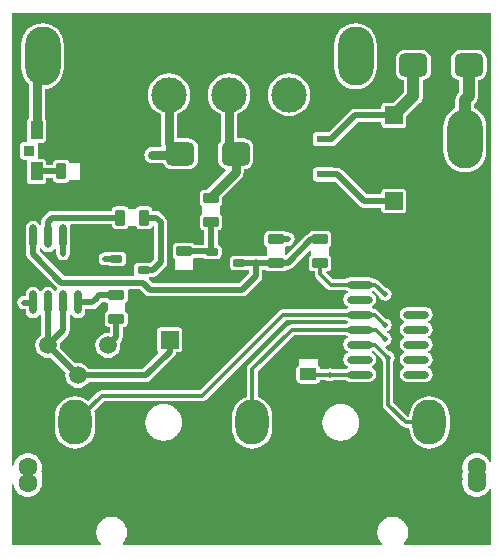
<source format=gtl>
G04 Layer_Physical_Order=1*
G04 Layer_Color=255*
%FSLAX24Y24*%
%MOIN*%
G70*
G01*
G75*
%ADD10R,0.0240X0.0800*%
%ADD11O,0.0240X0.0800*%
%ADD12R,0.0551X0.0236*%
%ADD13R,0.0709X0.0236*%
G04:AMPARAMS|DCode=14|XSize=74.8mil|YSize=126mil|CornerRadius=0mil|HoleSize=0mil|Usage=FLASHONLY|Rotation=270.000|XOffset=0mil|YOffset=0mil|HoleType=Round|Shape=Octagon|*
%AMOCTAGOND14*
4,1,8,0.0630,0.0187,0.0630,-0.0187,0.0443,-0.0374,-0.0443,-0.0374,-0.0630,-0.0187,-0.0630,0.0187,-0.0443,0.0374,0.0443,0.0374,0.0630,0.0187,0.0*
%
%ADD14OCTAGOND14*%

%ADD15O,0.0866X0.0236*%
G04:AMPARAMS|DCode=16|XSize=94.5mil|YSize=78.7mil|CornerRadius=19.7mil|HoleSize=0mil|Usage=FLASHONLY|Rotation=180.000|XOffset=0mil|YOffset=0mil|HoleType=Round|Shape=RoundedRectangle|*
%AMROUNDEDRECTD16*
21,1,0.0945,0.0394,0,0,180.0*
21,1,0.0551,0.0787,0,0,180.0*
1,1,0.0394,-0.0276,0.0197*
1,1,0.0394,0.0276,0.0197*
1,1,0.0394,0.0276,-0.0197*
1,1,0.0394,-0.0276,-0.0197*
%
%ADD16ROUNDEDRECTD16*%
G04:AMPARAMS|DCode=17|XSize=55.1mil|YSize=39.4mil|CornerRadius=2mil|HoleSize=0mil|Usage=FLASHONLY|Rotation=0.000|XOffset=0mil|YOffset=0mil|HoleType=Round|Shape=RoundedRectangle|*
%AMROUNDEDRECTD17*
21,1,0.0551,0.0354,0,0,0.0*
21,1,0.0512,0.0394,0,0,0.0*
1,1,0.0039,0.0256,-0.0177*
1,1,0.0039,-0.0256,-0.0177*
1,1,0.0039,-0.0256,0.0177*
1,1,0.0039,0.0256,0.0177*
%
%ADD17ROUNDEDRECTD17*%
%ADD18R,0.0394X0.0591*%
%ADD19R,0.0354X0.0354*%
G04:AMPARAMS|DCode=20|XSize=51.2mil|YSize=31.5mil|CornerRadius=1.6mil|HoleSize=0mil|Usage=FLASHONLY|Rotation=180.000|XOffset=0mil|YOffset=0mil|HoleType=Round|Shape=RoundedRectangle|*
%AMROUNDEDRECTD20*
21,1,0.0512,0.0283,0,0,180.0*
21,1,0.0480,0.0315,0,0,180.0*
1,1,0.0032,-0.0240,0.0142*
1,1,0.0032,0.0240,0.0142*
1,1,0.0032,0.0240,-0.0142*
1,1,0.0032,-0.0240,-0.0142*
%
%ADD20ROUNDEDRECTD20*%
G04:AMPARAMS|DCode=21|XSize=51.2mil|YSize=31.5mil|CornerRadius=1.6mil|HoleSize=0mil|Usage=FLASHONLY|Rotation=270.000|XOffset=0mil|YOffset=0mil|HoleType=Round|Shape=RoundedRectangle|*
%AMROUNDEDRECTD21*
21,1,0.0512,0.0283,0,0,270.0*
21,1,0.0480,0.0315,0,0,270.0*
1,1,0.0032,-0.0142,-0.0240*
1,1,0.0032,-0.0142,0.0240*
1,1,0.0032,0.0142,0.0240*
1,1,0.0032,0.0142,-0.0240*
%
%ADD21ROUNDEDRECTD21*%
G04:AMPARAMS|DCode=22|XSize=23.6mil|YSize=39.4mil|CornerRadius=3mil|HoleSize=0mil|Usage=FLASHONLY|Rotation=270.000|XOffset=0mil|YOffset=0mil|HoleType=Round|Shape=RoundedRectangle|*
%AMROUNDEDRECTD22*
21,1,0.0236,0.0335,0,0,270.0*
21,1,0.0177,0.0394,0,0,270.0*
1,1,0.0059,-0.0167,-0.0089*
1,1,0.0059,-0.0167,0.0089*
1,1,0.0059,0.0167,0.0089*
1,1,0.0059,0.0167,-0.0089*
%
%ADD22ROUNDEDRECTD22*%
%ADD23C,0.0118*%
%ADD24C,0.0197*%
%ADD25C,0.0394*%
%ADD26C,0.0295*%
%ADD27C,0.0200*%
%ADD28C,0.0630*%
%ADD29O,0.1102X0.1496*%
%ADD30O,0.1614X0.1220*%
%ADD31O,0.1614X0.1181*%
%ADD32C,0.0600*%
%ADD33C,0.0591*%
%ADD34R,0.0591X0.0591*%
%ADD35R,0.0591X0.0591*%
%ADD36O,0.1181X0.1968*%
%ADD37C,0.1181*%
%ADD38C,0.0236*%
%ADD39C,0.0197*%
G36*
X15940Y-14982D02*
X15890Y-14992D01*
X15874Y-14952D01*
X15867Y-14943D01*
X15865Y-14939D01*
X15863Y-14936D01*
X15858Y-14925D01*
X15801Y-14851D01*
X15792Y-14843D01*
X15790Y-14840D01*
X15787Y-14838D01*
X15779Y-14829D01*
X15705Y-14772D01*
X15694Y-14767D01*
X15691Y-14764D01*
X15687Y-14763D01*
X15678Y-14756D01*
X15591Y-14721D01*
X15580Y-14718D01*
X15576Y-14717D01*
X15572Y-14716D01*
X15561Y-14713D01*
X15468Y-14700D01*
X15461Y-14701D01*
X15453Y-14699D01*
X15445Y-14701D01*
X15437Y-14700D01*
X15345Y-14713D01*
X15333Y-14716D01*
X15329Y-14717D01*
X15326Y-14718D01*
X15314Y-14721D01*
X15228Y-14756D01*
X15218Y-14763D01*
X15215Y-14764D01*
X15211Y-14767D01*
X15201Y-14772D01*
X15127Y-14829D01*
X15119Y-14838D01*
X15116Y-14840D01*
X15113Y-14843D01*
X15105Y-14851D01*
X15048Y-14925D01*
X15042Y-14936D01*
X15040Y-14939D01*
X15039Y-14943D01*
X15032Y-14952D01*
X14996Y-15039D01*
X14994Y-15050D01*
X14992Y-15054D01*
X14992Y-15058D01*
X14988Y-15069D01*
X14976Y-15161D01*
X14977Y-15173D01*
X14976Y-15177D01*
X14977Y-15181D01*
X14976Y-15193D01*
X14988Y-15285D01*
X14992Y-15297D01*
X14992Y-15301D01*
X14994Y-15304D01*
X14996Y-15315D01*
X14994Y-15326D01*
X14992Y-15329D01*
X14992Y-15333D01*
X14988Y-15345D01*
X14976Y-15437D01*
X14977Y-15449D01*
X14976Y-15453D01*
X14977Y-15457D01*
X14976Y-15468D01*
X14988Y-15561D01*
X14992Y-15571D01*
X14988Y-15581D01*
X14976Y-15673D01*
X14977Y-15685D01*
X14976Y-15689D01*
X14977Y-15693D01*
X14976Y-15705D01*
X14988Y-15797D01*
X14992Y-15808D01*
X14992Y-15812D01*
X14994Y-15816D01*
X14996Y-15828D01*
X15032Y-15914D01*
X15039Y-15924D01*
X15040Y-15927D01*
X15042Y-15930D01*
X15048Y-15941D01*
X15105Y-16015D01*
X15113Y-16023D01*
X15116Y-16026D01*
X15119Y-16028D01*
X15127Y-16037D01*
X15201Y-16094D01*
X15211Y-16099D01*
X15215Y-16102D01*
X15218Y-16103D01*
X15228Y-16110D01*
X15314Y-16145D01*
X15326Y-16148D01*
X15329Y-16149D01*
X15333Y-16150D01*
X15345Y-16154D01*
X15437Y-16166D01*
X15445Y-16165D01*
X15453Y-16167D01*
X15461Y-16165D01*
X15468Y-16166D01*
X15561Y-16154D01*
X15572Y-16150D01*
X15576Y-16149D01*
X15580Y-16148D01*
X15591Y-16145D01*
X15678Y-16110D01*
X15687Y-16103D01*
X15691Y-16102D01*
X15694Y-16099D01*
X15705Y-16094D01*
X15779Y-16037D01*
X15787Y-16028D01*
X15790Y-16026D01*
X15792Y-16023D01*
X15801Y-16015D01*
X15858Y-15941D01*
X15863Y-15930D01*
X15865Y-15927D01*
X15867Y-15924D01*
X15874Y-15914D01*
X15890Y-15874D01*
X15940Y-15884D01*
Y-17756D01*
X13041D01*
X13027Y-17725D01*
X13024Y-17706D01*
X13025Y-17704D01*
X13034Y-17697D01*
X13097Y-17614D01*
X13102Y-17604D01*
X13105Y-17601D01*
X13106Y-17597D01*
X13113Y-17587D01*
X13152Y-17491D01*
X13155Y-17480D01*
X13156Y-17476D01*
X13157Y-17472D01*
X13160Y-17461D01*
X13174Y-17358D01*
X13173Y-17346D01*
X13174Y-17343D01*
X13173Y-17339D01*
X13174Y-17327D01*
X13160Y-17224D01*
X13157Y-17213D01*
X13156Y-17209D01*
X13155Y-17205D01*
X13152Y-17194D01*
X13113Y-17098D01*
X13106Y-17088D01*
X13105Y-17084D01*
X13102Y-17081D01*
X13097Y-17071D01*
X13034Y-16988D01*
X13025Y-16981D01*
X13023Y-16977D01*
X13019Y-16975D01*
X13012Y-16966D01*
X12929Y-16903D01*
X12919Y-16898D01*
X12916Y-16895D01*
X12912Y-16894D01*
X12902Y-16887D01*
X12806Y-16848D01*
X12795Y-16845D01*
X12791Y-16844D01*
X12787Y-16843D01*
X12776Y-16840D01*
X12673Y-16826D01*
X12665Y-16827D01*
X12657Y-16825D01*
X12650Y-16827D01*
X12642Y-16826D01*
X12539Y-16840D01*
X12528Y-16843D01*
X12524Y-16844D01*
X12520Y-16845D01*
X12509Y-16848D01*
X12413Y-16887D01*
X12403Y-16894D01*
X12399Y-16895D01*
X12396Y-16898D01*
X12386Y-16903D01*
X12303Y-16966D01*
X12296Y-16975D01*
X12292Y-16977D01*
X12290Y-16981D01*
X12281Y-16988D01*
X12218Y-17071D01*
X12213Y-17081D01*
X12210Y-17084D01*
X12209Y-17088D01*
X12202Y-17098D01*
X12163Y-17194D01*
X12160Y-17205D01*
X12159Y-17209D01*
X12158Y-17213D01*
X12155Y-17224D01*
X12141Y-17327D01*
X12142Y-17339D01*
X12141Y-17343D01*
X12142Y-17346D01*
X12141Y-17358D01*
X12155Y-17461D01*
X12158Y-17472D01*
X12159Y-17476D01*
X12160Y-17480D01*
X12163Y-17491D01*
X12202Y-17587D01*
X12209Y-17597D01*
X12210Y-17601D01*
X12213Y-17604D01*
X12218Y-17614D01*
X12281Y-17697D01*
X12290Y-17704D01*
X12291Y-17706D01*
X12288Y-17725D01*
X12274Y-17756D01*
X3671D01*
X3657Y-17725D01*
X3654Y-17706D01*
X3655Y-17704D01*
X3664Y-17697D01*
X3727Y-17614D01*
X3732Y-17604D01*
X3734Y-17601D01*
X3736Y-17597D01*
X3743Y-17587D01*
X3782Y-17491D01*
X3785Y-17480D01*
X3786Y-17476D01*
X3787Y-17472D01*
X3790Y-17461D01*
X3804Y-17358D01*
X3803Y-17346D01*
X3804Y-17343D01*
X3803Y-17339D01*
X3804Y-17327D01*
X3790Y-17224D01*
X3787Y-17213D01*
X3786Y-17209D01*
X3785Y-17205D01*
X3782Y-17194D01*
X3743Y-17098D01*
X3736Y-17088D01*
X3734Y-17084D01*
X3732Y-17081D01*
X3727Y-17071D01*
X3664Y-16988D01*
X3655Y-16981D01*
X3652Y-16977D01*
X3649Y-16975D01*
X3641Y-16966D01*
X3559Y-16903D01*
X3549Y-16898D01*
X3546Y-16895D01*
X3542Y-16894D01*
X3532Y-16887D01*
X3436Y-16848D01*
X3425Y-16845D01*
X3421Y-16844D01*
X3417Y-16843D01*
X3406Y-16840D01*
X3303Y-16826D01*
X3295Y-16827D01*
X3287Y-16825D01*
X3280Y-16827D01*
X3272Y-16826D01*
X3169Y-16840D01*
X3158Y-16843D01*
X3154Y-16844D01*
X3150Y-16845D01*
X3139Y-16848D01*
X3043Y-16887D01*
X3033Y-16894D01*
X3029Y-16895D01*
X3026Y-16898D01*
X3016Y-16903D01*
X2933Y-16966D01*
X2925Y-16975D01*
X2922Y-16977D01*
X2920Y-16981D01*
X2911Y-16988D01*
X2848Y-17071D01*
X2843Y-17081D01*
X2840Y-17084D01*
X2839Y-17088D01*
X2832Y-17098D01*
X2793Y-17194D01*
X2790Y-17205D01*
X2789Y-17209D01*
X2788Y-17213D01*
X2784Y-17224D01*
X2771Y-17327D01*
X2772Y-17339D01*
X2771Y-17343D01*
X2772Y-17346D01*
X2771Y-17358D01*
X2784Y-17461D01*
X2788Y-17472D01*
X2789Y-17476D01*
X2790Y-17480D01*
X2793Y-17491D01*
X2832Y-17587D01*
X2839Y-17597D01*
X2840Y-17601D01*
X2843Y-17604D01*
X2848Y-17614D01*
X2911Y-17697D01*
X2920Y-17704D01*
X2921Y-17706D01*
X2918Y-17725D01*
X2904Y-17756D01*
X-34D01*
Y-15738D01*
X-31Y-15735D01*
X22Y-15754D01*
X28Y-15797D01*
X31Y-15808D01*
X32Y-15812D01*
X33Y-15816D01*
X36Y-15828D01*
X71Y-15914D01*
X78Y-15924D01*
X79Y-15927D01*
X82Y-15930D01*
X87Y-15941D01*
X144Y-16015D01*
X153Y-16023D01*
X155Y-16026D01*
X158Y-16028D01*
X166Y-16037D01*
X240Y-16094D01*
X251Y-16099D01*
X254Y-16102D01*
X257Y-16103D01*
X267Y-16110D01*
X354Y-16145D01*
X365Y-16148D01*
X369Y-16149D01*
X373Y-16150D01*
X384Y-16154D01*
X476Y-16166D01*
X484Y-16165D01*
X492Y-16167D01*
X500Y-16165D01*
X508Y-16166D01*
X600Y-16154D01*
X612Y-16150D01*
X615Y-16149D01*
X619Y-16148D01*
X631Y-16145D01*
X717Y-16110D01*
X727Y-16103D01*
X730Y-16102D01*
X733Y-16099D01*
X744Y-16094D01*
X818Y-16037D01*
X826Y-16028D01*
X829Y-16026D01*
X831Y-16023D01*
X840Y-16015D01*
X897Y-15941D01*
X902Y-15930D01*
X905Y-15927D01*
X906Y-15924D01*
X913Y-15914D01*
X949Y-15828D01*
X951Y-15816D01*
X952Y-15812D01*
X953Y-15808D01*
X957Y-15797D01*
X969Y-15705D01*
X968Y-15693D01*
X969Y-15689D01*
X968Y-15685D01*
X969Y-15673D01*
X957Y-15581D01*
X953Y-15571D01*
X957Y-15561D01*
X969Y-15468D01*
X968Y-15457D01*
X969Y-15453D01*
X968Y-15449D01*
X969Y-15437D01*
X957Y-15345D01*
X953Y-15333D01*
X952Y-15329D01*
X951Y-15326D01*
X949Y-15315D01*
X951Y-15304D01*
X952Y-15301D01*
X953Y-15297D01*
X957Y-15285D01*
X969Y-15193D01*
X968Y-15181D01*
X969Y-15177D01*
X968Y-15173D01*
X969Y-15161D01*
X957Y-15069D01*
X953Y-15058D01*
X952Y-15054D01*
X951Y-15050D01*
X949Y-15039D01*
X913Y-14952D01*
X906Y-14943D01*
X905Y-14939D01*
X902Y-14936D01*
X897Y-14925D01*
X840Y-14851D01*
X831Y-14843D01*
X829Y-14840D01*
X826Y-14838D01*
X818Y-14829D01*
X744Y-14772D01*
X733Y-14767D01*
X730Y-14764D01*
X727Y-14763D01*
X717Y-14756D01*
X631Y-14721D01*
X619Y-14718D01*
X615Y-14717D01*
X612Y-14716D01*
X600Y-14713D01*
X508Y-14700D01*
X500Y-14701D01*
X492Y-14699D01*
X484Y-14701D01*
X476Y-14700D01*
X384Y-14713D01*
X373Y-14716D01*
X369Y-14717D01*
X365Y-14718D01*
X354Y-14721D01*
X267Y-14756D01*
X257Y-14763D01*
X254Y-14764D01*
X251Y-14767D01*
X240Y-14772D01*
X166Y-14829D01*
X158Y-14838D01*
X155Y-14840D01*
X153Y-14843D01*
X144Y-14851D01*
X87Y-14925D01*
X82Y-14936D01*
X79Y-14939D01*
X78Y-14943D01*
X71Y-14952D01*
X36Y-15039D01*
X33Y-15050D01*
X32Y-15054D01*
X31Y-15058D01*
X28Y-15069D01*
X22Y-15112D01*
X-31Y-15131D01*
X-34Y-15128D01*
Y-39D01*
X15940D01*
Y-14982D01*
D02*
G37*
%LPC*%
G36*
X7201Y-2044D02*
X7062Y-2057D01*
X6928Y-2098D01*
X6805Y-2164D01*
X6697Y-2252D01*
X6609Y-2360D01*
X6543Y-2483D01*
X6502Y-2617D01*
X6489Y-2756D01*
X6502Y-2895D01*
X6543Y-3028D01*
X6609Y-3152D01*
X6697Y-3259D01*
X6805Y-3348D01*
X6928Y-3414D01*
X6933Y-3415D01*
Y-4294D01*
X6921Y-4303D01*
X6871Y-4369D01*
X6839Y-4445D01*
X6828Y-4528D01*
Y-4921D01*
X6839Y-5003D01*
X6871Y-5080D01*
X6921Y-5146D01*
X6987Y-5196D01*
X7063Y-5228D01*
X7083Y-5231D01*
X7099Y-5278D01*
X6454Y-5923D01*
X6354D01*
X6302Y-5933D01*
X6258Y-5963D01*
X6228Y-6007D01*
X6218Y-6059D01*
Y-6343D01*
X6228Y-6395D01*
X6258Y-6439D01*
X6299Y-6467D01*
Y-6722D01*
X6258Y-6750D01*
X6228Y-6794D01*
X6218Y-6846D01*
Y-7130D01*
X6228Y-7182D01*
X6258Y-7226D01*
X6302Y-7256D01*
X6354Y-7266D01*
X6372D01*
Y-7750D01*
X6056D01*
X6045Y-7734D01*
X6001Y-7705D01*
X5949Y-7694D01*
X5469D01*
X5416Y-7705D01*
X5372Y-7734D01*
X5342Y-7778D01*
X5332Y-7831D01*
Y-8114D01*
X5342Y-8166D01*
X5372Y-8211D01*
X5413Y-8238D01*
Y-8602D01*
X6004D01*
Y-8238D01*
X6045Y-8211D01*
X6056Y-8195D01*
X6372D01*
X6409Y-8220D01*
X6467Y-8231D01*
X6801D01*
X6859Y-8220D01*
X6908Y-8187D01*
X6940Y-8138D01*
X6952Y-8081D01*
Y-7904D01*
X6940Y-7846D01*
X6908Y-7797D01*
X6859Y-7764D01*
X6817Y-7756D01*
Y-7266D01*
X6835D01*
X6887Y-7256D01*
X6931Y-7226D01*
X6961Y-7182D01*
X6971Y-7130D01*
Y-6846D01*
X6961Y-6794D01*
X6931Y-6750D01*
X6890Y-6722D01*
Y-6467D01*
X6931Y-6439D01*
X6961Y-6395D01*
X6971Y-6343D01*
Y-6164D01*
X7611Y-5524D01*
X7611Y-5524D01*
X7653Y-5469D01*
X7680Y-5404D01*
X7689Y-5335D01*
Y-5239D01*
X7697D01*
X7779Y-5228D01*
X7856Y-5196D01*
X7921Y-5146D01*
X7972Y-5080D01*
X8004Y-5003D01*
X8015Y-4921D01*
Y-4528D01*
X8004Y-4445D01*
X7972Y-4369D01*
X7921Y-4303D01*
X7856Y-4252D01*
X7779Y-4221D01*
X7697Y-4210D01*
X7469D01*
Y-3415D01*
X7473Y-3414D01*
X7596Y-3348D01*
X7704Y-3259D01*
X7793Y-3152D01*
X7859Y-3028D01*
X7899Y-2895D01*
X7913Y-2756D01*
X7899Y-2617D01*
X7859Y-2483D01*
X7793Y-2360D01*
X7704Y-2252D01*
X7596Y-2164D01*
X7473Y-2098D01*
X7340Y-2057D01*
X7201Y-2044D01*
D02*
G37*
G36*
X10669Y-5175D02*
X10118D01*
X10072Y-5184D01*
X10033Y-5210D01*
X10007Y-5249D01*
X9998Y-5295D01*
Y-5531D01*
X10007Y-5578D01*
X10033Y-5617D01*
X10072Y-5643D01*
X10118Y-5652D01*
X10669D01*
X10715Y-5643D01*
X10721Y-5639D01*
X11537Y-6455D01*
X11608Y-6503D01*
X11693Y-6520D01*
X12281D01*
Y-6594D01*
X12290Y-6641D01*
X12316Y-6680D01*
X12356Y-6706D01*
X12402Y-6715D01*
X12992D01*
X13038Y-6706D01*
X13077Y-6680D01*
X13103Y-6641D01*
X13113Y-6594D01*
Y-6004D01*
X13103Y-5958D01*
X13077Y-5919D01*
X13038Y-5893D01*
X12992Y-5884D01*
X12402D01*
X12356Y-5893D01*
X12316Y-5919D01*
X12290Y-5958D01*
X12281Y-6004D01*
Y-6078D01*
X11784D01*
X10963Y-5257D01*
X10892Y-5209D01*
X10807Y-5193D01*
X10728D01*
X10715Y-5184D01*
X10669Y-5175D01*
D02*
G37*
G36*
X13760Y-9844D02*
X13130D01*
X13038Y-9862D01*
X12960Y-9914D01*
X12907Y-9992D01*
X12889Y-10085D01*
X12907Y-10177D01*
X12960Y-10255D01*
X13038Y-10307D01*
X13048Y-10309D01*
Y-10360D01*
X13038Y-10362D01*
X12960Y-10414D01*
X12907Y-10492D01*
X12889Y-10585D01*
X12907Y-10677D01*
X12960Y-10755D01*
X13038Y-10807D01*
X13048Y-10809D01*
Y-10860D01*
X13038Y-10862D01*
X12960Y-10914D01*
X12907Y-10992D01*
X12889Y-11085D01*
X12907Y-11177D01*
X12960Y-11255D01*
X13038Y-11307D01*
X13048Y-11309D01*
Y-11360D01*
X13038Y-11362D01*
X12960Y-11414D01*
X12907Y-11492D01*
X12889Y-11585D01*
X12907Y-11677D01*
X12960Y-11755D01*
X13038Y-11807D01*
X13048Y-11809D01*
Y-11860D01*
X13038Y-11862D01*
X12960Y-11914D01*
X12907Y-11992D01*
X12889Y-12085D01*
X12907Y-12177D01*
X12960Y-12255D01*
X13038Y-12307D01*
X13130Y-12325D01*
X13760D01*
X13852Y-12307D01*
X13930Y-12255D01*
X13982Y-12177D01*
X14001Y-12085D01*
X13982Y-11992D01*
X13930Y-11914D01*
X13852Y-11862D01*
X13842Y-11860D01*
Y-11809D01*
X13852Y-11807D01*
X13930Y-11755D01*
X13982Y-11677D01*
X14001Y-11585D01*
X13982Y-11492D01*
X13930Y-11414D01*
X13852Y-11362D01*
X13842Y-11360D01*
Y-11309D01*
X13852Y-11307D01*
X13930Y-11255D01*
X13982Y-11177D01*
X14001Y-11085D01*
X13982Y-10992D01*
X13930Y-10914D01*
X13852Y-10862D01*
X13842Y-10860D01*
Y-10809D01*
X13852Y-10807D01*
X13930Y-10755D01*
X13982Y-10677D01*
X14001Y-10585D01*
X13982Y-10492D01*
X13930Y-10414D01*
X13852Y-10362D01*
X13842Y-10360D01*
Y-10309D01*
X13852Y-10307D01*
X13930Y-10255D01*
X13982Y-10177D01*
X14001Y-10085D01*
X13982Y-9992D01*
X13930Y-9914D01*
X13852Y-9862D01*
X13760Y-9844D01*
D02*
G37*
G36*
X5020Y-13064D02*
X5012Y-13066D01*
X5004Y-13065D01*
X4875Y-13082D01*
X4861Y-13087D01*
X4845Y-13090D01*
X4791Y-13113D01*
X4785Y-13115D01*
X4779Y-13118D01*
X4725Y-13140D01*
X4712Y-13149D01*
X4698Y-13156D01*
X4595Y-13235D01*
X4585Y-13246D01*
X4573Y-13257D01*
X4494Y-13360D01*
X4487Y-13374D01*
X4479Y-13387D01*
X4456Y-13441D01*
X4453Y-13446D01*
X4451Y-13453D01*
X4429Y-13507D01*
X4426Y-13522D01*
X4421Y-13537D01*
X4404Y-13665D01*
X4405Y-13681D01*
X4404Y-13697D01*
X4421Y-13825D01*
X4426Y-13840D01*
X4429Y-13856D01*
X4451Y-13910D01*
X4453Y-13916D01*
X4456Y-13922D01*
X4479Y-13975D01*
X4487Y-13988D01*
X4494Y-14003D01*
X4573Y-14105D01*
X4585Y-14116D01*
X4595Y-14128D01*
X4698Y-14207D01*
X4712Y-14213D01*
X4725Y-14222D01*
X4779Y-14245D01*
X4785Y-14248D01*
X4791Y-14250D01*
X4845Y-14272D01*
X4861Y-14275D01*
X4875Y-14280D01*
X5004Y-14297D01*
X5012Y-14296D01*
X5020Y-14298D01*
X5027Y-14296D01*
X5035Y-14297D01*
X5164Y-14280D01*
X5179Y-14275D01*
X5194Y-14272D01*
X5248Y-14250D01*
X5254Y-14248D01*
X5260Y-14245D01*
X5314Y-14222D01*
X5327Y-14213D01*
X5341Y-14207D01*
X5444Y-14128D01*
X5454Y-14116D01*
X5466Y-14105D01*
X5545Y-14003D01*
X5552Y-13988D01*
X5561Y-13975D01*
X5583Y-13922D01*
X5586Y-13916D01*
X5588Y-13910D01*
X5610Y-13856D01*
X5613Y-13840D01*
X5619Y-13825D01*
X5635Y-13697D01*
X5634Y-13681D01*
X5635Y-13665D01*
X5619Y-13537D01*
X5613Y-13522D01*
X5610Y-13507D01*
X5588Y-13453D01*
X5586Y-13446D01*
X5583Y-13441D01*
X5561Y-13387D01*
X5552Y-13374D01*
X5545Y-13360D01*
X5466Y-13257D01*
X5454Y-13246D01*
X5444Y-13235D01*
X5341Y-13156D01*
X5327Y-13149D01*
X5314Y-13140D01*
X5260Y-13118D01*
X5254Y-13115D01*
X5248Y-13113D01*
X5194Y-13090D01*
X5179Y-13087D01*
X5164Y-13082D01*
X5035Y-13065D01*
X5027Y-13066D01*
X5020Y-13064D01*
D02*
G37*
G36*
X10925D02*
X10917Y-13066D01*
X10909Y-13065D01*
X10781Y-13082D01*
X10766Y-13087D01*
X10751Y-13090D01*
X10697Y-13113D01*
X10691Y-13115D01*
X10685Y-13118D01*
X10631Y-13140D01*
X10618Y-13149D01*
X10604Y-13156D01*
X10501Y-13235D01*
X10491Y-13246D01*
X10479Y-13257D01*
X10400Y-13360D01*
X10393Y-13374D01*
X10384Y-13387D01*
X10362Y-13441D01*
X10359Y-13446D01*
X10357Y-13453D01*
X10334Y-13507D01*
X10331Y-13522D01*
X10326Y-13537D01*
X10309Y-13665D01*
X10310Y-13681D01*
X10309Y-13697D01*
X10326Y-13825D01*
X10331Y-13840D01*
X10334Y-13856D01*
X10357Y-13910D01*
X10359Y-13916D01*
X10362Y-13922D01*
X10384Y-13975D01*
X10393Y-13988D01*
X10400Y-14003D01*
X10479Y-14105D01*
X10491Y-14116D01*
X10501Y-14128D01*
X10604Y-14207D01*
X10618Y-14213D01*
X10631Y-14222D01*
X10685Y-14245D01*
X10691Y-14248D01*
X10697Y-14250D01*
X10751Y-14272D01*
X10766Y-14275D01*
X10781Y-14280D01*
X10909Y-14297D01*
X10917Y-14296D01*
X10925Y-14298D01*
X10933Y-14296D01*
X10941Y-14297D01*
X11069Y-14280D01*
X11084Y-14275D01*
X11100Y-14272D01*
X11154Y-14250D01*
X11160Y-14248D01*
X11166Y-14245D01*
X11219Y-14222D01*
X11233Y-14213D01*
X11247Y-14207D01*
X11349Y-14128D01*
X11360Y-14116D01*
X11372Y-14105D01*
X11451Y-14003D01*
X11458Y-13988D01*
X11466Y-13975D01*
X11489Y-13922D01*
X11492Y-13916D01*
X11494Y-13910D01*
X11516Y-13856D01*
X11519Y-13840D01*
X11524Y-13825D01*
X11541Y-13697D01*
X11540Y-13681D01*
X11541Y-13665D01*
X11524Y-13537D01*
X11519Y-13522D01*
X11516Y-13507D01*
X11494Y-13453D01*
X11492Y-13446D01*
X11489Y-13441D01*
X11466Y-13387D01*
X11458Y-13374D01*
X11451Y-13360D01*
X11372Y-13257D01*
X11360Y-13246D01*
X11350Y-13235D01*
X11247Y-13156D01*
X11233Y-13149D01*
X11219Y-13140D01*
X11166Y-13118D01*
X11160Y-13115D01*
X11154Y-13113D01*
X11100Y-13090D01*
X11084Y-13087D01*
X11069Y-13082D01*
X10941Y-13065D01*
X10933Y-13066D01*
X10925Y-13064D01*
D02*
G37*
G36*
X4512Y-6474D02*
X4228D01*
X4176Y-6484D01*
X4132Y-6514D01*
X4104Y-6555D01*
X3849D01*
X3821Y-6514D01*
X3777Y-6484D01*
X3724Y-6474D01*
X3441D01*
X3389Y-6484D01*
X3344Y-6514D01*
X3315Y-6558D01*
X3304Y-6610D01*
Y-6630D01*
X1299D01*
X1215Y-6646D01*
X1143Y-6694D01*
X1009Y-6828D01*
X961Y-6900D01*
X945Y-6984D01*
Y-7102D01*
X941Y-7107D01*
X941Y-7108D01*
X890D01*
X890Y-7107D01*
X837Y-7029D01*
X758Y-6976D01*
X665Y-6958D01*
X572Y-6976D01*
X494Y-7029D01*
X441Y-7107D01*
X423Y-7200D01*
Y-7760D01*
X441Y-7853D01*
X443Y-7856D01*
Y-8067D01*
X443Y-8067D01*
X460Y-8152D01*
X508Y-8224D01*
X1457Y-9173D01*
X1457Y-9173D01*
X1472Y-9183D01*
X1476Y-9192D01*
X1482Y-9245D01*
X1441Y-9307D01*
X1441Y-9308D01*
X1390D01*
X1390Y-9307D01*
X1337Y-9229D01*
X1258Y-9176D01*
X1165Y-9158D01*
X1072Y-9176D01*
X994Y-9229D01*
X941Y-9307D01*
X941Y-9308D01*
X890D01*
X890Y-9307D01*
X837Y-9229D01*
X758Y-9176D01*
X665Y-9158D01*
X572Y-9176D01*
X494Y-9229D01*
X441Y-9307D01*
X423Y-9400D01*
Y-9464D01*
X354D01*
X270Y-9481D01*
X198Y-9529D01*
X150Y-9601D01*
X134Y-9685D01*
X150Y-9770D01*
X198Y-9841D01*
X270Y-9889D01*
X354Y-9906D01*
X423D01*
Y-9960D01*
X441Y-10053D01*
X494Y-10132D01*
X572Y-10185D01*
X665Y-10203D01*
X758Y-10185D01*
X837Y-10132D01*
X865Y-10090D01*
X929Y-10085D01*
X945Y-10101D01*
Y-10763D01*
X871Y-10819D01*
X804Y-10906D01*
X763Y-11006D01*
X748Y-11114D01*
X763Y-11222D01*
X804Y-11323D01*
X871Y-11409D01*
X957Y-11475D01*
X1057Y-11517D01*
X1165Y-11531D01*
X1258Y-11519D01*
X1761Y-12022D01*
X1748Y-12114D01*
X1763Y-12222D01*
X1804Y-12323D01*
X1871Y-12409D01*
X1957Y-12475D01*
X2057Y-12517D01*
X2165Y-12531D01*
X2273Y-12517D01*
X2374Y-12475D01*
X2460Y-12409D01*
X2517Y-12335D01*
X4421D01*
X4506Y-12318D01*
X4577Y-12270D01*
X5373Y-11475D01*
X5421Y-11403D01*
X5433Y-11341D01*
X5512D01*
X5558Y-11332D01*
X5597Y-11306D01*
X5623Y-11267D01*
X5632Y-11220D01*
Y-10630D01*
X5623Y-10584D01*
X5597Y-10545D01*
X5558Y-10519D01*
X5512Y-10510D01*
X4921D01*
X4875Y-10519D01*
X4836Y-10545D01*
X4810Y-10584D01*
X4801Y-10630D01*
Y-11220D01*
X4810Y-11267D01*
X4836Y-11306D01*
X4843Y-11310D01*
X4849Y-11374D01*
X4330Y-11893D01*
X2517D01*
X2460Y-11819D01*
X2374Y-11753D01*
X2273Y-11711D01*
X2165Y-11697D01*
X2073Y-11709D01*
X1570Y-11207D01*
X1582Y-11114D01*
X1570Y-11022D01*
X1821Y-10770D01*
X1869Y-10699D01*
X1886Y-10614D01*
Y-10058D01*
X1890Y-10053D01*
X1890Y-10052D01*
X1941D01*
X1941Y-10053D01*
X1994Y-10132D01*
X2072Y-10185D01*
X2165Y-10203D01*
X2258Y-10185D01*
X2337Y-10132D01*
X2390Y-10053D01*
X2408Y-9960D01*
Y-9901D01*
X2643D01*
X2727Y-9884D01*
X2799Y-9836D01*
X2912Y-9723D01*
X2912Y-9723D01*
X2912Y-9723D01*
X2965Y-9670D01*
X3097D01*
X3108Y-9687D01*
X3150Y-9715D01*
Y-9970D01*
X3108Y-9998D01*
X3079Y-10042D01*
X3068Y-10094D01*
Y-10378D01*
X3079Y-10430D01*
X3108Y-10474D01*
X3152Y-10504D01*
X3205Y-10514D01*
X3224D01*
Y-10667D01*
X3187Y-10700D01*
X3165Y-10697D01*
X3057Y-10711D01*
X2957Y-10753D01*
X2871Y-10819D01*
X2804Y-10906D01*
X2763Y-11006D01*
X2748Y-11114D01*
X2763Y-11222D01*
X2804Y-11323D01*
X2871Y-11409D01*
X2957Y-11475D01*
X3057Y-11517D01*
X3165Y-11531D01*
X3273Y-11517D01*
X3374Y-11475D01*
X3460Y-11409D01*
X3526Y-11323D01*
X3568Y-11222D01*
X3582Y-11114D01*
X3570Y-11022D01*
X3601Y-10991D01*
X3649Y-10919D01*
X3666Y-10835D01*
Y-10514D01*
X3685D01*
X3737Y-10504D01*
X3782Y-10474D01*
X3811Y-10430D01*
X3822Y-10378D01*
Y-10094D01*
X3811Y-10042D01*
X3782Y-9998D01*
X3740Y-9970D01*
Y-9715D01*
X3782Y-9687D01*
X3811Y-9643D01*
X3822Y-9591D01*
Y-9307D01*
X3818Y-9288D01*
X3856Y-9238D01*
X4239D01*
X4410Y-9409D01*
X4410Y-9409D01*
X4482Y-9457D01*
X4567Y-9474D01*
X4567Y-9474D01*
X7638D01*
X7638Y-9474D01*
X7723Y-9457D01*
X7795Y-9409D01*
X8248Y-8956D01*
X8248Y-8956D01*
X8296Y-8884D01*
X8313Y-8799D01*
X8313Y-8799D01*
Y-8589D01*
X8413D01*
X8423Y-8604D01*
X8467Y-8634D01*
X8520Y-8644D01*
X9000D01*
X9052Y-8634D01*
X9097Y-8604D01*
X9107Y-8589D01*
X9154D01*
X9154Y-8589D01*
X9239Y-8572D01*
X9311Y-8523D01*
X9895Y-7939D01*
X9941Y-7959D01*
Y-8100D01*
X9900Y-8128D01*
X9870Y-8172D01*
X9860Y-8224D01*
Y-8508D01*
X9870Y-8560D01*
X9900Y-8604D01*
X9944Y-8634D01*
X9996Y-8644D01*
X10056D01*
Y-8740D01*
X10069Y-8809D01*
X10108Y-8868D01*
X10463Y-9222D01*
X10521Y-9261D01*
X10591Y-9275D01*
X11100D01*
X11148Y-9307D01*
X11158Y-9309D01*
Y-9360D01*
X11148Y-9362D01*
X11070Y-9414D01*
X11018Y-9492D01*
X10999Y-9585D01*
X11018Y-9677D01*
X11070Y-9755D01*
X11148Y-9807D01*
X11158Y-9809D01*
Y-9860D01*
X11148Y-9862D01*
X11085Y-9904D01*
X9010D01*
X8941Y-9918D01*
X8882Y-9957D01*
X6224Y-12615D01*
X2953D01*
X2884Y-12628D01*
X2825Y-12668D01*
X2510Y-12982D01*
X2441Y-12925D01*
X2324Y-12863D01*
X2198Y-12825D01*
X2067Y-12812D01*
X1936Y-12825D01*
X1810Y-12863D01*
X1693Y-12925D01*
X1591Y-13009D01*
X1508Y-13111D01*
X1446Y-13227D01*
X1407Y-13353D01*
X1394Y-13484D01*
Y-13878D01*
X1407Y-14009D01*
X1446Y-14135D01*
X1508Y-14252D01*
X1591Y-14353D01*
X1693Y-14437D01*
X1810Y-14499D01*
X1936Y-14538D01*
X2067Y-14550D01*
X2198Y-14538D01*
X2324Y-14499D01*
X2441Y-14437D01*
X2542Y-14353D01*
X2626Y-14252D01*
X2688Y-14135D01*
X2727Y-14009D01*
X2739Y-13878D01*
Y-13484D01*
X2727Y-13353D01*
X2709Y-13295D01*
X3028Y-12976D01*
X6299D01*
X6368Y-12962D01*
X6427Y-12923D01*
X9085Y-10265D01*
X11085D01*
X11148Y-10307D01*
X11158Y-10309D01*
Y-10360D01*
X11148Y-10362D01*
X11085Y-10404D01*
X9297D01*
X9228Y-10418D01*
X9170Y-10457D01*
X7845Y-11782D01*
X7806Y-11840D01*
X7792Y-11909D01*
Y-12840D01*
X7715Y-12863D01*
X7599Y-12925D01*
X7497Y-13009D01*
X7413Y-13111D01*
X7351Y-13227D01*
X7313Y-13353D01*
X7300Y-13484D01*
Y-13878D01*
X7313Y-14009D01*
X7351Y-14135D01*
X7413Y-14252D01*
X7497Y-14353D01*
X7599Y-14437D01*
X7715Y-14499D01*
X7841Y-14538D01*
X7972Y-14550D01*
X8104Y-14538D01*
X8230Y-14499D01*
X8346Y-14437D01*
X8448Y-14353D01*
X8532Y-14252D01*
X8594Y-14135D01*
X8632Y-14009D01*
X8645Y-13878D01*
Y-13484D01*
X8632Y-13353D01*
X8594Y-13227D01*
X8532Y-13111D01*
X8448Y-13009D01*
X8346Y-12925D01*
X8230Y-12863D01*
X8153Y-12840D01*
Y-11984D01*
X9372Y-10765D01*
X11085D01*
X11148Y-10807D01*
X11158Y-10809D01*
Y-10860D01*
X11148Y-10862D01*
X11070Y-10914D01*
X11018Y-10992D01*
X10999Y-11085D01*
X11018Y-11177D01*
X11070Y-11255D01*
X11148Y-11307D01*
X11158Y-11309D01*
Y-11360D01*
X11148Y-11362D01*
X11070Y-11414D01*
X11018Y-11492D01*
X10999Y-11585D01*
X11018Y-11677D01*
X11070Y-11755D01*
X11148Y-11807D01*
X11158Y-11809D01*
Y-11860D01*
X11148Y-11862D01*
X11085Y-11904D01*
X10668D01*
X10636Y-11883D01*
X10551Y-11866D01*
X10467Y-11883D01*
X10435Y-11904D01*
X10239D01*
Y-11890D01*
X10228Y-11836D01*
X10198Y-11790D01*
X10157Y-11764D01*
Y-11555D01*
X9528D01*
Y-11763D01*
X9487Y-11790D01*
X9457Y-11836D01*
X9446Y-11890D01*
Y-12244D01*
X9457Y-12298D01*
X9487Y-12343D01*
X9533Y-12374D01*
X9587Y-12385D01*
X10098D01*
X10152Y-12374D01*
X10198Y-12343D01*
X10228Y-12298D01*
X10235Y-12265D01*
X10429D01*
X10467Y-12291D01*
X10551Y-12307D01*
X10636Y-12291D01*
X10674Y-12265D01*
X11085D01*
X11148Y-12307D01*
X11240Y-12325D01*
X11870D01*
X11962Y-12307D01*
X12040Y-12255D01*
X12093Y-12177D01*
X12111Y-12085D01*
X12093Y-11992D01*
X12040Y-11914D01*
X11962Y-11862D01*
X11952Y-11860D01*
Y-11809D01*
X11962Y-11807D01*
X12040Y-11755D01*
X12093Y-11677D01*
X12111Y-11585D01*
X12093Y-11492D01*
X12040Y-11414D01*
X11962Y-11362D01*
X11952Y-11360D01*
Y-11309D01*
X11962Y-11307D01*
X12006Y-11278D01*
X12288Y-11559D01*
X12296Y-11600D01*
X12319Y-11635D01*
Y-13091D01*
X12333Y-13160D01*
X12372Y-13218D01*
X12963Y-13809D01*
X13021Y-13848D01*
X13091Y-13862D01*
X13205D01*
Y-13878D01*
X13218Y-14009D01*
X13257Y-14135D01*
X13319Y-14252D01*
X13402Y-14353D01*
X13504Y-14437D01*
X13621Y-14499D01*
X13747Y-14538D01*
X13878Y-14550D01*
X14009Y-14538D01*
X14135Y-14499D01*
X14252Y-14437D01*
X14353Y-14353D01*
X14437Y-14252D01*
X14499Y-14135D01*
X14538Y-14009D01*
X14550Y-13878D01*
Y-13484D01*
X14538Y-13353D01*
X14499Y-13227D01*
X14437Y-13111D01*
X14353Y-13009D01*
X14252Y-12925D01*
X14135Y-12863D01*
X14009Y-12825D01*
X13878Y-12812D01*
X13747Y-12825D01*
X13621Y-12863D01*
X13504Y-12925D01*
X13402Y-13009D01*
X13319Y-13111D01*
X13257Y-13227D01*
X13218Y-13353D01*
X13206Y-13478D01*
X13183Y-13487D01*
X13155Y-13491D01*
X12681Y-13016D01*
Y-11635D01*
X12704Y-11600D01*
X12721Y-11516D01*
X12704Y-11431D01*
X12656Y-11360D01*
X12584Y-11312D01*
X12543Y-11304D01*
X12409Y-11170D01*
X12426Y-11116D01*
X12484Y-11104D01*
X12556Y-11056D01*
X12604Y-10984D01*
X12621Y-10900D01*
X12604Y-10816D01*
X12556Y-10744D01*
X12484Y-10696D01*
X12465Y-10692D01*
Y-10641D01*
X12486Y-10637D01*
X12558Y-10589D01*
X12606Y-10518D01*
X12622Y-10433D01*
X12606Y-10349D01*
X12558Y-10277D01*
X12486Y-10229D01*
X12445Y-10221D01*
X12181Y-9957D01*
X12122Y-9918D01*
X12053Y-9904D01*
X12025D01*
X11962Y-9862D01*
X11952Y-9860D01*
Y-9809D01*
X11962Y-9807D01*
X12040Y-9755D01*
X12093Y-9677D01*
X12111Y-9585D01*
X12093Y-9492D01*
X12040Y-9414D01*
X11962Y-9362D01*
X11952Y-9360D01*
Y-9309D01*
X11962Y-9307D01*
X12011Y-9274D01*
X12189Y-9453D01*
X12198Y-9494D01*
X12245Y-9566D01*
X12317Y-9613D01*
X12402Y-9630D01*
X12486Y-9613D01*
X12558Y-9566D01*
X12606Y-9494D01*
X12622Y-9409D01*
X12606Y-9325D01*
X12558Y-9253D01*
X12486Y-9205D01*
X12445Y-9197D01*
X12204Y-8957D01*
X12146Y-8918D01*
X12077Y-8904D01*
X12025D01*
X11962Y-8862D01*
X11870Y-8844D01*
X11240D01*
X11148Y-8862D01*
X11071Y-8914D01*
X10665D01*
X10446Y-8694D01*
X10467Y-8644D01*
X10476D01*
X10529Y-8634D01*
X10573Y-8604D01*
X10602Y-8560D01*
X10613Y-8508D01*
Y-8224D01*
X10602Y-8172D01*
X10573Y-8128D01*
X10532Y-8100D01*
Y-7845D01*
X10573Y-7817D01*
X10602Y-7773D01*
X10613Y-7720D01*
Y-7437D01*
X10602Y-7385D01*
X10573Y-7340D01*
X10529Y-7311D01*
X10476Y-7301D01*
X9996D01*
X9944Y-7311D01*
X9900Y-7340D01*
X9881Y-7368D01*
X9856Y-7373D01*
X9784Y-7421D01*
X9784Y-7421D01*
X9105Y-8100D01*
X9055Y-8079D01*
Y-7845D01*
X9097Y-7817D01*
X9108Y-7800D01*
X9154D01*
X9238Y-7783D01*
X9310Y-7735D01*
X9329Y-7715D01*
X9377Y-7644D01*
X9394Y-7559D01*
X9377Y-7475D01*
X9329Y-7403D01*
X9258Y-7355D01*
X9173Y-7338D01*
X9104Y-7352D01*
X9097Y-7340D01*
X9052Y-7311D01*
X9000Y-7301D01*
X8520D01*
X8467Y-7311D01*
X8423Y-7340D01*
X8394Y-7385D01*
X8383Y-7437D01*
Y-7720D01*
X8394Y-7773D01*
X8423Y-7817D01*
X8465Y-7845D01*
Y-8100D01*
X8423Y-8128D01*
X8413Y-8144D01*
X8199D01*
X8195Y-8141D01*
X8110Y-8124D01*
X8025Y-8141D01*
X8021Y-8144D01*
X7772D01*
X7764Y-8138D01*
X7707Y-8127D01*
X7372D01*
X7314Y-8138D01*
X7266Y-8171D01*
X7233Y-8220D01*
X7222Y-8278D01*
Y-8455D01*
X7233Y-8512D01*
X7266Y-8561D01*
X7314Y-8594D01*
X7372Y-8605D01*
X7707D01*
X7764Y-8594D01*
X7772Y-8589D01*
X7868D01*
Y-8707D01*
X7546Y-9030D01*
X4659D01*
X4520Y-8891D01*
X4520Y-8884D01*
X4538Y-8838D01*
X4575Y-8830D01*
X4586Y-8823D01*
X4665D01*
X4750Y-8806D01*
X4821Y-8758D01*
X5077Y-8503D01*
X5125Y-8431D01*
X5142Y-8346D01*
Y-7008D01*
X5125Y-6923D01*
X5077Y-6852D01*
X4920Y-6694D01*
X4848Y-6646D01*
X4764Y-6630D01*
X4648D01*
Y-6610D01*
X4638Y-6558D01*
X4608Y-6514D01*
X4564Y-6484D01*
X4512Y-6474D01*
D02*
G37*
G36*
X5201Y-2044D02*
X5062Y-2057D01*
X4928Y-2098D01*
X4805Y-2164D01*
X4697Y-2252D01*
X4609Y-2360D01*
X4543Y-2483D01*
X4502Y-2617D01*
X4489Y-2756D01*
X4502Y-2895D01*
X4543Y-3028D01*
X4609Y-3152D01*
X4697Y-3259D01*
X4805Y-3348D01*
X4928Y-3414D01*
X4933Y-3415D01*
Y-4354D01*
X4933Y-4354D01*
X4937Y-4389D01*
X4942Y-4424D01*
X4951Y-4446D01*
X4924Y-4492D01*
X4918Y-4496D01*
X4646D01*
X4576Y-4505D01*
X4512Y-4532D01*
X4456Y-4574D01*
X4414Y-4630D01*
X4387Y-4694D01*
X4378Y-4764D01*
X4387Y-4833D01*
X4414Y-4898D01*
X4456Y-4953D01*
X4512Y-4996D01*
X4576Y-5023D01*
X4646Y-5032D01*
X5000D01*
X5020Y-5080D01*
X5071Y-5146D01*
X5136Y-5196D01*
X5213Y-5228D01*
X5295Y-5239D01*
X5846D01*
X5929Y-5228D01*
X6005Y-5196D01*
X6071Y-5146D01*
X6122Y-5080D01*
X6153Y-5003D01*
X6164Y-4921D01*
Y-4528D01*
X6153Y-4445D01*
X6122Y-4369D01*
X6071Y-4303D01*
X6005Y-4252D01*
X5929Y-4221D01*
X5846Y-4210D01*
X5469D01*
Y-3415D01*
X5473Y-3414D01*
X5596Y-3348D01*
X5704Y-3259D01*
X5793Y-3152D01*
X5859Y-3028D01*
X5899Y-2895D01*
X5913Y-2756D01*
X5899Y-2617D01*
X5859Y-2483D01*
X5793Y-2360D01*
X5704Y-2252D01*
X5596Y-2164D01*
X5473Y-2098D01*
X5340Y-2057D01*
X5201Y-2044D01*
D02*
G37*
G36*
X13622Y-1257D02*
X13071D01*
X12989Y-1268D01*
X12912Y-1300D01*
X12846Y-1350D01*
X12796Y-1416D01*
X12764Y-1493D01*
X12753Y-1575D01*
Y-1969D01*
X12764Y-2051D01*
X12796Y-2127D01*
X12846Y-2193D01*
X12912Y-2244D01*
X12989Y-2275D01*
X13029Y-2281D01*
Y-2664D01*
X12663Y-3029D01*
X12402D01*
X12356Y-3038D01*
X12316Y-3064D01*
X12290Y-3104D01*
X12281Y-3150D01*
Y-3224D01*
X11398D01*
X11313Y-3241D01*
X11242Y-3289D01*
X10537Y-3994D01*
X10118D01*
X10072Y-4003D01*
X10033Y-4029D01*
X10007Y-4068D01*
X9998Y-4114D01*
Y-4350D01*
X10007Y-4396D01*
X10033Y-4436D01*
X10072Y-4462D01*
X10118Y-4471D01*
X10669D01*
X10715Y-4462D01*
X10754Y-4436D01*
X10781Y-4396D01*
X10786Y-4369D01*
X11489Y-3666D01*
X12281D01*
Y-3740D01*
X12290Y-3786D01*
X12316Y-3825D01*
X12356Y-3851D01*
X12402Y-3861D01*
X12992D01*
X13038Y-3851D01*
X13077Y-3825D01*
X13103Y-3786D01*
X13113Y-3740D01*
Y-3478D01*
X13571Y-3020D01*
X13622Y-2954D01*
X13653Y-2877D01*
X13664Y-2795D01*
Y-2281D01*
X13704Y-2275D01*
X13781Y-2244D01*
X13847Y-2193D01*
X13897Y-2127D01*
X13929Y-2051D01*
X13940Y-1969D01*
Y-1575D01*
X13929Y-1493D01*
X13897Y-1416D01*
X13847Y-1350D01*
X13781Y-1300D01*
X13704Y-1268D01*
X13622Y-1257D01*
D02*
G37*
G36*
X9201Y-2044D02*
X9062Y-2057D01*
X8928Y-2098D01*
X8805Y-2164D01*
X8697Y-2252D01*
X8609Y-2360D01*
X8543Y-2483D01*
X8502Y-2617D01*
X8489Y-2756D01*
X8502Y-2895D01*
X8543Y-3028D01*
X8609Y-3152D01*
X8697Y-3259D01*
X8805Y-3348D01*
X8928Y-3414D01*
X9062Y-3454D01*
X9201Y-3468D01*
X9340Y-3454D01*
X9473Y-3414D01*
X9596Y-3348D01*
X9704Y-3259D01*
X9793Y-3152D01*
X9859Y-3028D01*
X9899Y-2895D01*
X9913Y-2756D01*
X9899Y-2617D01*
X9859Y-2483D01*
X9793Y-2360D01*
X9704Y-2252D01*
X9596Y-2164D01*
X9473Y-2098D01*
X9340Y-2057D01*
X9201Y-2044D01*
D02*
G37*
G36*
X11417Y-371D02*
X11278Y-384D01*
X11145Y-425D01*
X11022Y-491D01*
X10914Y-579D01*
X10825Y-687D01*
X10759Y-810D01*
X10719Y-944D01*
X10705Y-1083D01*
Y-1870D01*
X10719Y-2009D01*
X10759Y-2143D01*
X10825Y-2266D01*
X10914Y-2374D01*
X11022Y-2462D01*
X11145Y-2528D01*
X11278Y-2568D01*
X11417Y-2582D01*
X11556Y-2568D01*
X11690Y-2528D01*
X11813Y-2462D01*
X11921Y-2374D01*
X12009Y-2266D01*
X12075Y-2143D01*
X12116Y-2009D01*
X12129Y-1870D01*
Y-1083D01*
X12116Y-944D01*
X12075Y-810D01*
X12009Y-687D01*
X11921Y-579D01*
X11813Y-491D01*
X11690Y-425D01*
X11556Y-384D01*
X11417Y-371D01*
D02*
G37*
G36*
X984D02*
X845Y-384D01*
X712Y-425D01*
X589Y-491D01*
X481Y-579D01*
X392Y-687D01*
X326Y-810D01*
X286Y-944D01*
X272Y-1083D01*
Y-1870D01*
X286Y-2009D01*
X326Y-2143D01*
X392Y-2266D01*
X481Y-2374D01*
X519Y-2405D01*
Y-3547D01*
X505Y-3557D01*
X479Y-3596D01*
X470Y-3642D01*
Y-4232D01*
X479Y-4278D01*
X479Y-4278D01*
X453Y-4328D01*
X354D01*
X308Y-4338D01*
X269Y-4364D01*
X243Y-4403D01*
X234Y-4449D01*
Y-4803D01*
X243Y-4849D01*
X269Y-4888D01*
X308Y-4914D01*
X354Y-4924D01*
X453D01*
X479Y-4974D01*
X479Y-4974D01*
X470Y-5020D01*
Y-5610D01*
X479Y-5656D01*
X505Y-5695D01*
X544Y-5721D01*
X591Y-5731D01*
X984D01*
X1030Y-5721D01*
X1069Y-5695D01*
X1096Y-5656D01*
X1105Y-5610D01*
Y-5537D01*
X1336D01*
Y-5555D01*
X1346Y-5607D01*
X1376Y-5652D01*
X1420Y-5681D01*
X1472Y-5692D01*
X1756D01*
X1808Y-5681D01*
X1852Y-5652D01*
X1880Y-5610D01*
X2244D01*
Y-5020D01*
X1880D01*
X1852Y-4978D01*
X1808Y-4949D01*
X1756Y-4938D01*
X1472D01*
X1420Y-4949D01*
X1376Y-4978D01*
X1346Y-5023D01*
X1336Y-5075D01*
Y-5093D01*
X1105D01*
Y-5020D01*
X1096Y-4974D01*
X1069Y-4935D01*
X1030Y-4908D01*
X984Y-4899D01*
X847D01*
X820Y-4849D01*
X820Y-4849D01*
X829Y-4803D01*
Y-4449D01*
X820Y-4403D01*
X820Y-4403D01*
X847Y-4353D01*
X984D01*
X1030Y-4344D01*
X1069Y-4317D01*
X1096Y-4278D01*
X1105Y-4232D01*
Y-3642D01*
X1096Y-3596D01*
X1069Y-3557D01*
X1055Y-3547D01*
Y-2575D01*
X1123Y-2568D01*
X1257Y-2528D01*
X1380Y-2462D01*
X1488Y-2374D01*
X1576Y-2266D01*
X1642Y-2143D01*
X1683Y-2009D01*
X1696Y-1870D01*
Y-1083D01*
X1683Y-944D01*
X1642Y-810D01*
X1576Y-687D01*
X1488Y-579D01*
X1380Y-491D01*
X1257Y-425D01*
X1123Y-384D01*
X984Y-371D01*
D02*
G37*
G36*
X15472Y-1257D02*
X14921D01*
X14839Y-1268D01*
X14762Y-1300D01*
X14697Y-1350D01*
X14646Y-1416D01*
X14614Y-1493D01*
X14604Y-1575D01*
Y-1969D01*
X14614Y-2051D01*
X14646Y-2127D01*
X14697Y-2193D01*
X14762Y-2244D01*
X14839Y-2275D01*
X14879Y-2281D01*
Y-2664D01*
X14834Y-2708D01*
X14784Y-2774D01*
X14752Y-2851D01*
X14741Y-2933D01*
Y-3205D01*
X14663Y-3246D01*
X14556Y-3335D01*
X14467Y-3443D01*
X14401Y-3566D01*
X14361Y-3700D01*
X14347Y-3839D01*
Y-4626D01*
X14361Y-4765D01*
X14401Y-4898D01*
X14467Y-5022D01*
X14556Y-5130D01*
X14663Y-5218D01*
X14787Y-5284D01*
X14920Y-5324D01*
X15059Y-5338D01*
X15198Y-5324D01*
X15332Y-5284D01*
X15455Y-5218D01*
X15563Y-5130D01*
X15651Y-5022D01*
X15717Y-4898D01*
X15757Y-4765D01*
X15771Y-4626D01*
Y-3839D01*
X15757Y-3700D01*
X15717Y-3566D01*
X15651Y-3443D01*
X15563Y-3335D01*
X15455Y-3246D01*
X15377Y-3205D01*
Y-3065D01*
X15421Y-3020D01*
X15472Y-2954D01*
X15504Y-2877D01*
X15515Y-2795D01*
Y-2281D01*
X15555Y-2275D01*
X15631Y-2244D01*
X15697Y-2193D01*
X15748Y-2127D01*
X15779Y-2051D01*
X15790Y-1969D01*
Y-1575D01*
X15779Y-1493D01*
X15748Y-1416D01*
X15697Y-1350D01*
X15631Y-1300D01*
X15555Y-1268D01*
X15472Y-1257D01*
D02*
G37*
%LPD*%
G36*
X3304Y-7091D02*
X3315Y-7143D01*
X3344Y-7187D01*
X3389Y-7217D01*
X3441Y-7227D01*
X3724D01*
X3777Y-7217D01*
X3821Y-7187D01*
X3849Y-7146D01*
X4104D01*
X4132Y-7187D01*
X4176Y-7217D01*
X4228Y-7227D01*
X4512D01*
X4564Y-7217D01*
X4608Y-7187D01*
X4629Y-7157D01*
X4677Y-7140D01*
X4690Y-7139D01*
X4700Y-7147D01*
Y-8255D01*
X4579Y-8377D01*
X4575Y-8375D01*
X4518Y-8363D01*
X4183D01*
X4126Y-8375D01*
X4077Y-8407D01*
X4044Y-8456D01*
X4033Y-8514D01*
Y-8691D01*
X4043Y-8743D01*
X4040Y-8758D01*
X4021Y-8793D01*
X1706D01*
X888Y-7975D01*
Y-7856D01*
X890Y-7853D01*
X890Y-7852D01*
X941D01*
X941Y-7853D01*
X994Y-7932D01*
X1072Y-7985D01*
X1165Y-8003D01*
X1258Y-7985D01*
X1337Y-7932D01*
X1365Y-7890D01*
X1429Y-7885D01*
X1445Y-7901D01*
Y-8059D01*
X1461Y-8144D01*
X1509Y-8215D01*
X1581Y-8263D01*
X1665Y-8280D01*
X1750Y-8263D01*
X1821Y-8215D01*
X1869Y-8144D01*
X1886Y-8059D01*
Y-7858D01*
X1890Y-7853D01*
X1908Y-7760D01*
Y-7200D01*
X1892Y-7121D01*
X1921Y-7071D01*
X3304D01*
Y-7091D01*
D02*
G37*
%LPC*%
G36*
X3612Y-7989D02*
X3278D01*
X3220Y-8001D01*
X3210Y-8008D01*
X3071D01*
X2986Y-8024D01*
X2915Y-8072D01*
X2915Y-8072D01*
X2867Y-8144D01*
X2850Y-8228D01*
X2867Y-8313D01*
X2915Y-8384D01*
X2986Y-8432D01*
X3071Y-8449D01*
X3071Y-8449D01*
X3210D01*
X3220Y-8456D01*
X3278Y-8467D01*
X3612D01*
X3670Y-8456D01*
X3719Y-8423D01*
X3751Y-8375D01*
X3763Y-8317D01*
Y-8140D01*
X3751Y-8082D01*
X3719Y-8033D01*
X3670Y-8001D01*
X3612Y-7989D01*
D02*
G37*
%LPD*%
D10*
X2165Y-7480D02*
D03*
D11*
X1165Y-9680D02*
D03*
Y-7480D02*
D03*
X1665D02*
D03*
X2165Y-9680D02*
D03*
X1665D02*
D03*
X665Y-7480D02*
D03*
Y-9680D02*
D03*
D12*
X10394Y-5413D02*
D03*
Y-4232D02*
D03*
D13*
X10315Y-4823D02*
D03*
D14*
X9331D02*
D03*
D15*
X13445Y-12085D02*
D03*
Y-11585D02*
D03*
Y-11085D02*
D03*
Y-10585D02*
D03*
Y-10085D02*
D03*
Y-9585D02*
D03*
Y-9085D02*
D03*
Y-8585D02*
D03*
X11555Y-12085D02*
D03*
Y-11585D02*
D03*
Y-11085D02*
D03*
Y-10585D02*
D03*
Y-10085D02*
D03*
Y-9585D02*
D03*
Y-9085D02*
D03*
Y-8585D02*
D03*
D16*
X15197Y-1772D02*
D03*
X13346D02*
D03*
X7421Y-4724D02*
D03*
X5571D02*
D03*
D17*
X9843Y-11358D02*
D03*
Y-12067D02*
D03*
D18*
X787Y-5315D02*
D03*
Y-3937D02*
D03*
D19*
X532Y-4626D02*
D03*
D20*
X8760Y-8366D02*
D03*
Y-7579D02*
D03*
X10236D02*
D03*
Y-8366D02*
D03*
X6594Y-6201D02*
D03*
Y-6988D02*
D03*
X5709Y-8760D02*
D03*
Y-7972D02*
D03*
X3445Y-10236D02*
D03*
Y-9449D02*
D03*
D21*
X2402Y-5315D02*
D03*
X1614D02*
D03*
X4370Y-6850D02*
D03*
X3583D02*
D03*
D22*
X6634Y-7992D02*
D03*
Y-8740D02*
D03*
X7539Y-8366D02*
D03*
X4350Y-8602D02*
D03*
Y-7854D02*
D03*
X3445Y-8228D02*
D03*
D23*
X12500Y-13091D02*
Y-11516D01*
Y-13091D02*
X13091Y-13681D01*
X13878D01*
X9010Y-10085D02*
X11555D01*
X6299Y-12795D02*
X9010Y-10085D01*
X2953Y-12795D02*
X6299D01*
X2067Y-13681D02*
X2953Y-12795D01*
X11555Y-10085D02*
X12053D01*
X12402Y-10433D01*
X11555Y-10585D02*
X11570Y-10600D01*
X12100D01*
X12400Y-10900D01*
X11555Y-11085D02*
X12069D01*
X12500Y-11516D01*
X9843Y-12067D02*
X9860Y-12085D01*
X9297Y-10585D02*
X11555D01*
X7972Y-11909D02*
X9297Y-10585D01*
X7972Y-13681D02*
Y-11909D01*
X10551Y-12087D02*
Y-12085D01*
X10236Y-8740D02*
Y-8366D01*
Y-8740D02*
X10591Y-9094D01*
X11545D01*
X11555Y-9085D01*
X12077D02*
X12402Y-9409D01*
X11555Y-9085D02*
X12077D01*
X9331Y-4823D02*
X10315D01*
X10551Y-12085D02*
X11555D01*
X9860D02*
X10551D01*
D24*
X9213Y-11378D02*
X9843D01*
X1165Y-11114D02*
X2165Y-12114D01*
X4421D01*
X5217Y-11319D01*
Y-10925D01*
X3165Y-11114D02*
X3445Y-10835D01*
Y-10236D01*
X1665Y-10614D02*
Y-9680D01*
X1165Y-11114D02*
X1665Y-10614D01*
X1165Y-11114D02*
Y-9680D01*
X10394Y-4232D02*
X10610D01*
X11398Y-3445D01*
X12697D01*
X10394Y-5413D02*
X10807D01*
X11693Y-6299D01*
X12697D01*
X12303Y-4823D02*
X12697Y-4429D01*
X10315Y-4823D02*
X12303D01*
X8760Y-7579D02*
X9154D01*
X9173Y-7559D01*
X2874Y-9449D02*
X3445D01*
X2165Y-9680D02*
X2643D01*
X3071Y-8228D02*
X3445D01*
X3071Y-8228D02*
X3071Y-8228D01*
X4350Y-8602D02*
X4665D01*
X4921Y-8346D01*
Y-7008D01*
X4764Y-6850D02*
X4921Y-7008D01*
X4370Y-6850D02*
X4764D01*
X1165Y-7480D02*
Y-6984D01*
X1299Y-6850D01*
X3583D01*
X3583Y-6850D01*
X1665Y-8059D02*
Y-7480D01*
X354Y-9685D02*
X661D01*
X665Y-9680D01*
X2756Y-9567D02*
Y-9567D01*
X2643Y-9680D02*
X2756Y-9567D01*
X2874Y-9449D01*
X2165Y-8071D02*
Y-7480D01*
X2165Y-8071D02*
X2165Y-8071D01*
D25*
X15059Y-4232D02*
Y-2933D01*
X15197Y-2795D01*
Y-1772D01*
X13346Y-2795D02*
Y-1772D01*
X12697Y-3445D02*
X13346Y-2795D01*
D26*
X5201Y-4354D02*
Y-2756D01*
Y-4354D02*
X5571Y-4724D01*
X7201Y-4504D02*
Y-2756D01*
Y-4504D02*
X7421Y-4724D01*
X6594Y-6201D02*
Y-6161D01*
X7421Y-5335D01*
Y-4724D01*
X787Y-1673D02*
X984Y-1476D01*
X787Y-3937D02*
Y-1673D01*
X4646Y-4764D02*
X5531D01*
X5571Y-4724D01*
D27*
X6594Y-7953D02*
Y-6988D01*
X5709Y-7972D02*
X6575D01*
X6594Y-7953D01*
X8760Y-8366D02*
X9154D01*
X9941Y-7579D01*
X10236D01*
X665Y-8067D02*
Y-7480D01*
X787Y-5315D02*
X1614D01*
X1614Y-5315D01*
X8091Y-8366D02*
X8110Y-8346D01*
X7539Y-8366D02*
X8091D01*
X8760D01*
X665Y-8067D02*
X1614Y-9016D01*
X7638Y-9252D02*
X8091Y-8799D01*
Y-8366D01*
X1614Y-9016D02*
X4331D01*
X4567Y-9252D01*
X7638D01*
D28*
X492Y-15177D02*
D03*
Y-15689D02*
D03*
X15453D02*
D03*
Y-15177D02*
D03*
X14232Y-15453D02*
D03*
X13563D02*
D03*
X8327D02*
D03*
X7657D02*
D03*
X2421D02*
D03*
X1752D02*
D03*
D29*
X7972Y-13681D02*
D03*
X2067D02*
D03*
X13878D02*
D03*
D30*
X7972Y-15453D02*
D03*
D31*
X2067D02*
D03*
X13878D02*
D03*
D32*
X15453D02*
D03*
D33*
X12697Y-4429D02*
D03*
X6594Y-10925D02*
D03*
X1165Y-11114D02*
D03*
X2165Y-12114D02*
D03*
X3165Y-11114D02*
D03*
X12697Y-7283D02*
D03*
D34*
Y-3445D02*
D03*
Y-6299D02*
D03*
D35*
X5217Y-10925D02*
D03*
D36*
X15059Y-4232D02*
D03*
X15069Y-9242D02*
D03*
X984Y-1476D02*
D03*
X11417D02*
D03*
D37*
X3201Y-2756D02*
D03*
X5201D02*
D03*
X9201D02*
D03*
X7201D02*
D03*
D38*
X15427Y-1129D02*
D03*
Y-5854D02*
D03*
X14837Y-7035D02*
D03*
X15427Y-10578D02*
D03*
X14837Y-11759D02*
D03*
X15427Y-12940D02*
D03*
X14837Y-14121D02*
D03*
Y-16484D02*
D03*
X14246Y-1129D02*
D03*
X13655Y-4673D02*
D03*
X14246Y-5854D02*
D03*
X13655Y-7035D02*
D03*
X14246Y-8216D02*
D03*
Y-10578D02*
D03*
X13655Y-16484D02*
D03*
X13065Y-1129D02*
D03*
X12474Y-2310D02*
D03*
X13065Y-8216D02*
D03*
Y-12940D02*
D03*
X12474Y-14121D02*
D03*
Y-16484D02*
D03*
X11293Y-4673D02*
D03*
X11884Y-5854D02*
D03*
X11293Y-7035D02*
D03*
X11884Y-8216D02*
D03*
Y-12940D02*
D03*
Y-15302D02*
D03*
X11293Y-16484D02*
D03*
X10112Y-2310D02*
D03*
X10703Y-3491D02*
D03*
Y-5854D02*
D03*
X10112Y-9397D02*
D03*
X10703Y-12940D02*
D03*
X10112Y-14121D02*
D03*
X10703Y-15302D02*
D03*
X10112Y-16484D02*
D03*
X8931Y-11759D02*
D03*
X9522Y-12940D02*
D03*
X8931Y-14121D02*
D03*
X9522Y-15302D02*
D03*
X8931Y-16484D02*
D03*
X8340Y-1129D02*
D03*
Y-3491D02*
D03*
X7750Y-16484D02*
D03*
X7159Y-1129D02*
D03*
Y-10578D02*
D03*
X6569Y-11759D02*
D03*
X7159Y-12940D02*
D03*
X6569Y-14121D02*
D03*
Y-16484D02*
D03*
X5978Y-1129D02*
D03*
Y-3491D02*
D03*
Y-10578D02*
D03*
X5388Y-11759D02*
D03*
X5978Y-15302D02*
D03*
X5388Y-16484D02*
D03*
X4797Y-1129D02*
D03*
Y-3491D02*
D03*
X4207Y-4673D02*
D03*
Y-9397D02*
D03*
Y-11759D02*
D03*
Y-14121D02*
D03*
X4797Y-15302D02*
D03*
X4207Y-16484D02*
D03*
X3616Y-3491D02*
D03*
X3026Y-4673D02*
D03*
Y-11759D02*
D03*
Y-14121D02*
D03*
X3616Y-15302D02*
D03*
X3026Y-16484D02*
D03*
X1844Y-2310D02*
D03*
X2435Y-3491D02*
D03*
X1844Y-4673D02*
D03*
X2435Y-5854D02*
D03*
Y-10578D02*
D03*
X1844Y-16484D02*
D03*
X1254Y-3491D02*
D03*
Y-5854D02*
D03*
X663Y-11759D02*
D03*
X1254Y-12940D02*
D03*
X663Y-14121D02*
D03*
Y-16484D02*
D03*
D39*
X12402Y-10433D02*
D03*
X12400Y-10900D02*
D03*
X12500Y-11516D02*
D03*
X9134Y-11378D02*
D03*
X10551Y-12087D02*
D03*
X12402Y-9409D02*
D03*
X9173Y-7559D02*
D03*
X3071Y-8228D02*
D03*
X1665Y-8059D02*
D03*
X665Y-8067D02*
D03*
X8110Y-8346D02*
D03*
X354Y-9685D02*
D03*
X4646Y-4764D02*
D03*
X2756Y-9567D02*
D03*
X2165Y-8071D02*
D03*
M02*

</source>
